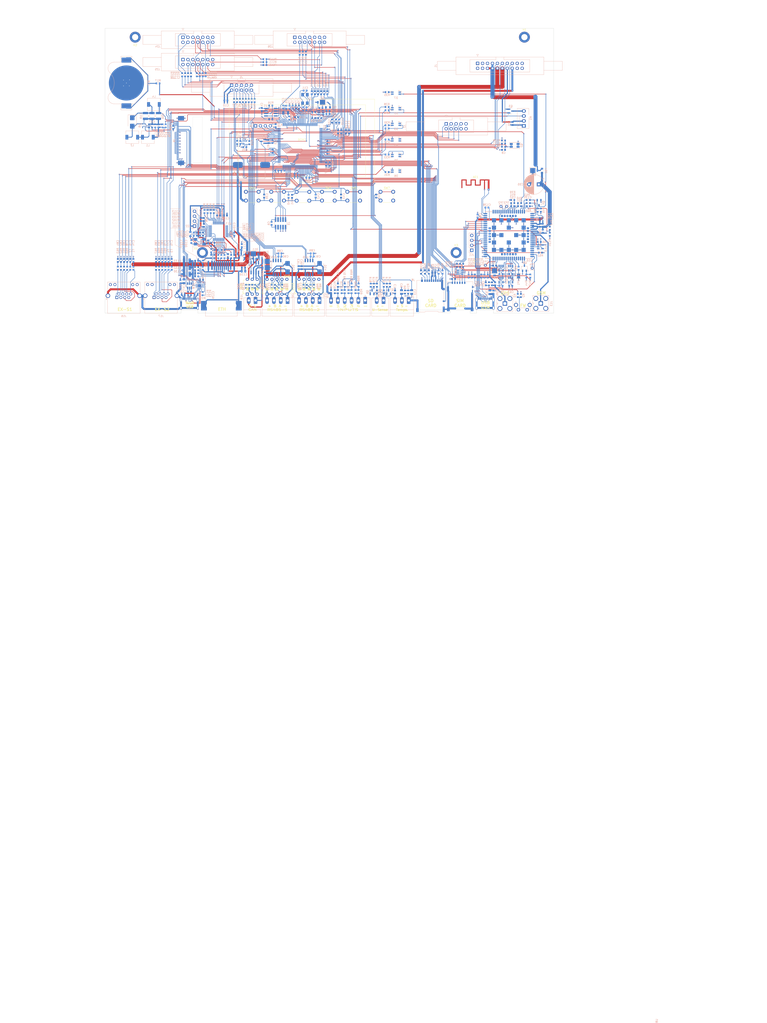
<source format=kicad_pcb>
(kicad_pcb
	(version 20240108)
	(generator "pcbnew")
	(generator_version "8.0")
	(general
		(thickness 1.6)
		(legacy_teardrops no)
	)
	(paper "A3")
	(layers
		(0 "F.Cu" signal)
		(1 "In1.Cu" signal)
		(2 "In2.Cu" signal)
		(31 "B.Cu" signal)
		(32 "B.Adhes" user "B.Adhesive")
		(33 "F.Adhes" user "F.Adhesive")
		(34 "B.Paste" user)
		(35 "F.Paste" user)
		(36 "B.SilkS" user "B.Silkscreen")
		(37 "F.SilkS" user "F.Silkscreen")
		(38 "B.Mask" user)
		(39 "F.Mask" user)
		(40 "Dwgs.User" user "User.Drawings")
		(41 "Cmts.User" user "User.Comments")
		(42 "Eco1.User" user "User.Eco1")
		(43 "Eco2.User" user "User.Eco2")
		(44 "Edge.Cuts" user)
		(45 "Margin" user)
		(46 "B.CrtYd" user "B.Courtyard")
		(47 "F.CrtYd" user "F.Courtyard")
		(48 "B.Fab" user)
		(49 "F.Fab" user)
		(50 "User.1" user "Gehäuse Ausschnitte")
		(51 "User.2" user)
		(52 "User.3" user)
		(53 "User.4" user)
		(54 "User.5" user)
		(55 "User.6" user)
		(56 "User.7" user)
		(57 "User.8" user)
		(58 "User.9" user)
	)
	(setup
		(stackup
			(layer "F.SilkS"
				(type "Top Silk Screen")
				(color "White")
			)
			(layer "F.Paste"
				(type "Top Solder Paste")
			)
			(layer "F.Mask"
				(type "Top Solder Mask")
				(color "Green")
				(thickness 0.01)
			)
			(layer "F.Cu"
				(type "copper")
				(thickness 0.035)
			)
			(layer "dielectric 1"
				(type "prepreg")
				(color "FR4 natural")
				(thickness 0.1)
				(material "FR4")
				(epsilon_r 4.5)
				(loss_tangent 0.02)
			)
			(layer "In1.Cu"
				(type "copper")
				(thickness 0.035)
			)
			(layer "dielectric 2"
				(type "core")
				(color "FR4 natural")
				(thickness 1.24)
				(material "FR4")
				(epsilon_r 4.5)
				(loss_tangent 0.02)
			)
			(layer "In2.Cu"
				(type "copper")
				(thickness 0.035)
			)
			(layer "dielectric 3"
				(type "prepreg")
				(color "FR4 natural")
				(thickness 0.1)
				(material "FR4")
				(epsilon_r 4.5)
				(loss_tangent 0.02)
			)
			(layer "B.Cu"
				(type "copper")
				(thickness 0.035)
			)
			(layer "B.Mask"
				(type "Bottom Solder Mask")
				(color "Green")
				(thickness 0.01)
			)
			(layer "B.Paste"
				(type "Bottom Solder Paste")
			)
			(layer "B.SilkS"
				(type "Bottom Silk Screen")
				(color "White")
			)
			(copper_finish "None")
			(dielectric_constraints no)
		)
		(pad_to_mask_clearance 0)
		(allow_soldermask_bridges_in_footprints no)
		(aux_axis_origin 50 225)
		(pcbplotparams
			(layerselection 0x00010fc_ffffffff)
			(plot_on_all_layers_selection 0x0000000_00000000)
			(disableapertmacros no)
			(usegerberextensions no)
			(usegerberattributes yes)
			(usegerberadvancedattributes yes)
			(creategerberjobfile yes)
			(dashed_line_dash_ratio 12.000000)
			(dashed_line_gap_ratio 3.000000)
			(svgprecision 4)
			(plotframeref no)
			(viasonmask no)
			(mode 1)
			(useauxorigin no)
			(hpglpennumber 1)
			(hpglpenspeed 20)
			(hpglpendiameter 15.000000)
			(pdf_front_fp_property_popups yes)
			(pdf_back_fp_property_popups yes)
			(dxfpolygonmode yes)
			(dxfimperialunits yes)
			(dxfusepcbnewfont yes)
			(psnegative no)
			(psa4output no)
			(plotreference yes)
			(plotvalue yes)
			(plotfptext yes)
			(plotinvisibletext no)
			(sketchpadsonfab no)
			(subtractmaskfromsilk no)
			(outputformat 1)
			(mirror no)
			(drillshape 1)
			(scaleselection 1)
			(outputdirectory "")
		)
	)
	(net 0 "")
	(net 1 "Net-(BT1-+)")
	(net 2 "GND")
	(net 3 "Net-(BZ1--)")
	(net 4 "+4V")
	(net 5 "/Controller/NRST")
	(net 6 "VDD")
	(net 7 "/Controller/ADC3_INP0_SENSOR_LIGHT")
	(net 8 "/ethernet/1V2D")
	(net 9 "/ethernet/1V2A")
	(net 10 "+10V")
	(net 11 "+1V8")
	(net 12 "/Controller/Vref+")
	(net 13 "/GSM/VDD_AUX")
	(net 14 "/AnalogIN Sheet/EXT_SHUNT1+")
	(net 15 "/AnalogIN Sheet/EXT_SHUNT1-")
	(net 16 "/AnalogIN Sheet/SENSOR1_ID2")
	(net 17 "/AnalogIN Sheet/SENSOR1_ID1")
	(net 18 "/AnalogIN Sheet/EXT_SHUNT2+")
	(net 19 "/AnalogIN Sheet/EXT_SHUNT2-")
	(net 20 "/AnalogIN Sheet/SENSOR2_ID2")
	(net 21 "/AnalogIN Sheet/SENSOR2_ID1")
	(net 22 "/AnalogIN Sheet/EXT_IN4")
	(net 23 "/AnalogIN Sheet/EXT_IN3")
	(net 24 "/AnalogIN Sheet/EXT_IN2")
	(net 25 "/AnalogIN Sheet/EXT_IN1")
	(net 26 "+15V")
	(net 27 "/Controller/BTN_OK")
	(net 28 "/Controller/BTN_RIGHT")
	(net 29 "/Controller/BTN_LEFT")
	(net 30 "/Controller/BTN_DOWN")
	(net 31 "/Controller/BTN_UP")
	(net 32 "GND1")
	(net 33 "/Kommunikation/+5V_1")
	(net 34 "/Kommunikation/+5V_2")
	(net 35 "GND2")
	(net 36 "/Controller/ADC2_INP4_I_OUT+")
	(net 37 "/Controller/ADC2_INN4_I_OUT-")
	(net 38 "/Controller/GPIO_INPUT_CURRENT_PROTECTION")
	(net 39 "/Controller/OUTPUT_CONTROL")
	(net 40 "/powerboardConnection/U_SETPOINT")
	(net 41 "/Controller/TIM1_CH1_PWM1_H")
	(net 42 "+5V")
	(net 43 "/Controller/1WIRE_TEMP")
	(net 44 "/Controller/ADC2_INP3_I_OUT_MPP1+")
	(net 45 "/Controller/ADC2_INN3_I_OUT_MPP1-")
	(net 46 "/Controller/ADC3_INP10_U_OUT_MPP1")
	(net 47 "/Controller/ADC1_INP15_U_IN_MPP1")
	(net 48 "/Controller/ADC1_INP16_I_OUT_MPP2+")
	(net 49 "/Controller/ADC1_INP14_U_IN_MPP2")
	(net 50 "/Controller/ADC1_INN16_I_OUT_MPP2-")
	(net 51 "/AnalogIN Sheet/UBatt+")
	(net 52 "/AnalogIN Sheet/Ubatt-")
	(net 53 "/Controller/TIM1_CH1N_PWM1_L")
	(net 54 "/Controller/TIM15_CH1N_PWM2_L")
	(net 55 "/Controller/TIM15_CH1_PWM2_H")
	(net 56 "/GSM/MIC_N_")
	(net 57 "/GSM/MIC_P_")
	(net 58 "/Display/GSM_NETLIGHT")
	(net 59 "Net-(F1-Pad1)")
	(net 60 "Net-(F2-Pad2)")
	(net 61 "Net-(F3-Pad1)")
	(net 62 "Net-(F4-Pad2)")
	(net 63 "Net-(AE1-A)")
	(net 64 "/Controller/~{5V0_POWER_EN}")
	(net 65 "/Controller/~{10V_POWER_EN}")
	(net 66 "/Controller/~{4V0_POWER_EN}")
	(net 67 "/Controller/~{15V_POWER_EN}")
	(net 68 "/Kommunikation/T1")
	(net 69 "/Kommunikation/T2")
	(net 70 "/Controller/SD_D2")
	(net 71 "/Controller/SD_CMD")
	(net 72 "/Controller/SD_CD")
	(net 73 "/Controller/SD_CK")
	(net 74 "/Controller/SD_D0")
	(net 75 "/Controller/SD_D1")
	(net 76 "/Controller/SD_D3")
	(net 77 "/Controller/UART5_TX_EXP")
	(net 78 "/Controller/SPI2_SCK")
	(net 79 "/Controller/UART5_RX_EXP")
	(net 80 "/Controller/SPI2_NSS_EXP")
	(net 81 "/Controller/I2C1_SCL")
	(net 82 "/Controller/SPI2_MOSI")
	(net 83 "/Controller/I2C1_SDA")
	(net 84 "/Controller/SPI2_MISO")
	(net 85 "Net-(J26-Pin_3)")
	(net 86 "/Controller/DISPLAY_MOSI")
	(net 87 "/Controller/DISPLAY_RST")
	(net 88 "/Controller/DISPLAY_NSS")
	(net 89 "/Controller/DISPLAY_SCK")
	(net 90 "Net-(JP1-B)")
	(net 91 "/Controller/buzzer")
	(net 92 "Net-(Q3-G)")
	(net 93 "Net-(M1-PWM)")
	(net 94 "/Controller/~{ETH_POWER_EN}")
	(net 95 "/AnalogIN Sheet/M_SWITCH")
	(net 96 "/Controller/boot0")
	(net 97 "/ethernet/LED_Y")
	(net 98 "/ethernet/LED_GN")
	(net 99 "/Controller/LED_TX1")
	(net 100 "/Controller/LED_TX2")
	(net 101 "/Controller/LED_RX1")
	(net 102 "/Controller/LED_RX2")
	(net 103 "/Controller/LED_CHARGE")
	(net 104 "/Controller/LEDE_ERROR")
	(net 105 "/Controller/LED_OUTPUT")
	(net 106 "Net-(Q5-B)")
	(net 107 "/Controller/GSM_PWR")
	(net 108 "/GSM/GNSS_PWR_CTL")
	(net 109 "/GSM/GNSS_TXD")
	(net 110 "/GSM/GNSS_RXD")
	(net 111 "/Kommunikation/T1_")
	(net 112 "/Kommunikation/BIAS_A1")
	(net 113 "/Kommunikation/BIAS_B1")
	(net 114 "/Kommunikation/BIAS_A2")
	(net 115 "/Kommunikation/T2_")
	(net 116 "/Kommunikation/BIAS_B2")
	(net 117 "/Controller/DISPLAY_LIGHT")
	(net 118 "/Controller/SPI2_NSS_ETH")
	(net 119 "Net-(M1-Tacho)")
	(net 120 "/Controller/GPIO_OUT_CAN_MODE")
	(net 121 "/Controller/USART3_CTS_GSM")
	(net 122 "/Controller/USART2_DE_MODBUS_SLAVE")
	(net 123 "/Controller/GPIO_INPUT_STATUS_GSM")
	(net 124 "/Controller/TIM24_CH3_OUT3")
	(net 125 "/Controller/EXTI8_INT_ETH")
	(net 126 "/Controller/USART3_RTS_GSM")
	(net 127 "/Controller/GPIO_OUTPUT_RST_ETH")
	(net 128 "/Controller/USART2_RX_MODBUS_SLAVE")
	(net 129 "/Controller/TIM24_CH1_OUT1")
	(net 130 "/Controller/USART10_TX_MODBUS_MASTER")
	(net 131 "/Controller/USART10_DE_MODBUS_MASTER")
	(net 132 "/Controller/TIM24_CH4_OUT4")
	(net 133 "/Controller/swdio")
	(net 134 "/Controller/FD_CAN1_TX")
	(net 135 "/Controller/USART3_RX_GSM")
	(net 136 "/Controller/swclk")
	(net 137 "/Controller/FDCAN1_RX")
	(net 138 "/Controller/USART2_TX_MODBUS_SLAVE")
	(net 139 "/Controller/TIM24_CH2_OUT2")
	(net 140 "/Controller/USART10_RX_MODBUS_MASTER")
	(net 141 "/Controller/USART3_TX_GSM")
	(net 142 "/Controller/swo")
	(net 143 "/GSM/RXD")
	(net 144 "/GSM/CTS")
	(net 145 "unconnected-(U11-NC-Pad1)")
	(net 146 "/GSM/TXD")
	(net 147 "/GSM/RTS")
	(net 148 "unconnected-(U12-NC-Pad1)")
	(net 149 "unconnected-(H1-Pad1)")
	(net 150 "unconnected-(H2-Pad1)")
	(net 151 "Net-(J25-Pin_3)")
	(net 152 "Net-(J25-Pin_4)")
	(net 153 "Net-(Q5-C)")
	(net 154 "/Controller/DAC1_OUT")
	(net 155 "Net-(J4-Pin_2)")
	(net 156 "Net-(D3-BK)")
	(net 157 "Net-(D3-GK)")
	(net 158 "unconnected-(D3-RK-Pad1)")
	(net 159 "unconnected-(D6-RK-Pad1)")
	(net 160 "Net-(D6-GK)")
	(net 161 "unconnected-(D7-RK-Pad1)")
	(net 162 "Net-(J15-Pin_2)")
	(net 163 "Net-(Q4-B)")
	(net 164 "/GSM/vcc_sim")
	(net 165 "Net-(D15-A1)")
	(net 166 "Net-(D12-A1)")
	(net 167 "/Controller/ADC3_INP1_SENSOR_TEMP_HEATSINK")
	(net 168 "Net-(J22-Pin_3)")
	(net 169 "Net-(J22-Pin_4)")
	(net 170 "/Controller/ADC3_INP11_U_OUT_MPP2")
	(net 171 "Net-(U2-GNDF)")
	(net 172 "Net-(U3-PH0)")
	(net 173 "Net-(U3-PH1)")
	(net 174 "Net-(C14-Pad1)")
	(net 175 "Net-(C15-Pad1)")
	(net 176 "Net-(U3-VDDA)")
	(net 177 "Net-(U3-PC14)")
	(net 178 "Net-(U3-PC15)")
	(net 179 "Net-(U6-VIN)")
	(net 180 "Net-(D8-K)")
	(net 181 "Net-(U10-VBAT_1)")
	(net 182 "Net-(J14-In)")
	(net 183 "Net-(U10-GNSS_ANT)")
	(net 184 "Net-(D11-A1)")
	(net 185 "Net-(U14-Vref)")
	(net 186 "Net-(C93-Pad2)")
	(net 187 "Net-(C100-Pad1)")
	(net 188 "Net-(U17-XSCI)")
	(net 189 "Net-(C106-Pad1)")
	(net 190 "Net-(J22-Pin_1)")
	(net 191 "Net-(C112-Pad1)")
	(net 192 "Net-(C113-Pad1)")
	(net 193 "Net-(C116-Pad1)")
	(net 194 "Net-(D2-GK)")
	(net 195 "Net-(D2-BK)")
	(net 196 "unconnected-(D2-RK-Pad1)")
	(net 197 "unconnected-(D4-BK-Pad4)")
	(net 198 "Net-(D4-GK)")
	(net 199 "unconnected-(D4-RK-Pad1)")
	(net 200 "Net-(D5-RK)")
	(net 201 "unconnected-(D5-GK-Pad3)")
	(net 202 "unconnected-(D5-BK-Pad4)")
	(net 203 "unconnected-(D6-BK-Pad4)")
	(net 204 "unconnected-(D7-GK-Pad3)")
	(net 205 "Net-(D7-A)")
	(net 206 "Net-(D8-A)")
	(net 207 "unconnected-(H3-Pad1)")
	(net 208 "unconnected-(H4-Pad1)")
	(net 209 "unconnected-(J2-Pin_10-Pad10)")
	(net 210 "unconnected-(J2-Pin_2-Pad2)")
	(net 211 "unconnected-(J2-Pin_4-Pad4)")
	(net 212 "unconnected-(J2-Pin_6-Pad6)")
	(net 213 "unconnected-(J2-Pin_8-Pad8)")
	(net 214 "unconnected-(J2-Pin_9-Pad9)")
	(net 215 "unconnected-(J3-KEY-Pad7)")
	(net 216 "unconnected-(J3-NC{slash}TDI-Pad8)")
	(net 217 "Net-(J5-Pin_5)")
	(net 218 "Net-(J5-Pin_10)")
	(net 219 "Net-(J5-Pin_7)")
	(net 220 "Net-(J5-Pin_3)")
	(net 221 "Net-(J5-Pin_4)")
	(net 222 "Net-(J5-Pin_8)")
	(net 223 "Net-(J5-Pin_6)")
	(net 224 "Net-(J5-Pin_9)")
	(net 225 "Net-(J6-Pin_2)")
	(net 226 "Net-(J6-Pin_3)")
	(net 227 "unconnected-(J9-NC-Pad38)")
	(net 228 "unconnected-(J9-NC-Pad7)")
	(net 229 "unconnected-(J9-NC-Pad39)")
	(net 230 "unconnected-(J9-NC-Pad8)")
	(net 231 "unconnected-(J9-NC-Pad35)")
	(net 232 "unconnected-(J9-NC-Pad37)")
	(net 233 "Net-(J9-K1)")
	(net 234 "unconnected-(J9-NC-Pad36)")
	(net 235 "Net-(J10-RST)")
	(net 236 "unconnected-(J10-VPP-Pad6)")
	(net 237 "Net-(J10-I{slash}O)")
	(net 238 "Net-(J10-CLK)")
	(net 239 "Net-(J11-Pin_3)")
	(net 240 "Net-(J11-Pin_2)")
	(net 241 "Net-(J13-In)")
	(net 242 "Net-(J15-Pin_3)")
	(net 243 "Net-(J15-Pin_5)")
	(net 244 "Net-(J15-Pin_4)")
	(net 245 "Net-(J16-Pad5)")
	(net 246 "Net-(J16-Pad4)")
	(net 247 "unconnected-(J16-Pad10)")
	(net 248 "Net-(J16-Pad1)")
	(net 249 "unconnected-(J16-Pad9)")
	(net 250 "Net-(J16-Pad2)")
	(net 251 "unconnected-(J16-Pad12)")
	(net 252 "unconnected-(J16-Pad11)")
	(net 253 "Net-(J17-Pad2)")
	(net 254 "unconnected-(J17-Pad9)")
	(net 255 "unconnected-(J17-Pad10)")
	(net 256 "Net-(J17-Pad1)")
	(net 257 "unconnected-(J17-Pad12)")
	(net 258 "Net-(J17-Pad5)")
	(net 259 "unconnected-(J17-Pad11)")
	(net 260 "Net-(J17-Pad4)")
	(net 261 "Net-(J18-Pin_1)")
	(net 262 "Net-(J18-Pin_2)")
	(net 263 "Net-(J20-Pin_2)")
	(net 264 "Net-(J21-Pin_2)")
	(net 265 "Net-(J22-Pin_2)")
	(net 266 "Net-(J23-TD+)")
	(net 267 "Net-(J23-RD-)")
	(net 268 "Net-(J23-TD-)")
	(net 269 "Net-(J23-Pad11)")
	(net 270 "unconnected-(J23-NC-Pad9)")
	(net 271 "Net-(J23-Pad2)")
	(net 272 "Net-(J23-RD+)")
	(net 273 "Net-(J24-Pin_3)")
	(net 274 "Net-(J24-Pin_4)")
	(net 275 "Net-(J24-Pin_11)")
	(net 276 "Net-(J24-Pin_9)")
	(net 277 "Net-(J24-Pin_10)")
	(net 278 "unconnected-(J24-Pin_6-Pad6)")
	(net 279 "unconnected-(J25-Pin_6-Pad6)")
	(net 280 "Net-(J25-Pin_11)")
	(net 281 "Net-(J25-Pin_9)")
	(net 282 "Net-(J25-Pin_10)")
	(net 283 "Net-(J26-Pin_5)")
	(net 284 "unconnected-(J26-Pin_9-Pad9)")
	(net 285 "Net-(J26-Pin_4)")
	(net 286 "unconnected-(J26-Pin_6-Pad6)")
	(net 287 "Net-(J26-Pin_11)")
	(net 288 "Net-(L3-Pad1)")
	(net 289 "Net-(Q6-D)")
	(net 290 "Net-(Q7-D)")
	(net 291 "Net-(R2-Pad1)")
	(net 292 "Net-(U1-SDA)")
	(net 293 "Net-(U1-SCL)")
	(net 294 "Net-(U3-VBAT)")
	(net 295 "Net-(U6-EN)")
	(net 296 "Net-(R39-Pad2)")
	(net 297 "Net-(U10-USIM1_DATA)")
	(net 298 "Net-(U10-USIM1_CLK)")
	(net 299 "Net-(U10-USIM1_RST)")
	(net 300 "Net-(U10-NETLIGHT)")
	(net 301 "Net-(U10-USB_BOOT)")
	(net 302 "Net-(U10-MK_IN_3)")
	(net 303 "Net-(U10-UART3_RXD)")
	(net 304 "Net-(U10-UART3_TXD)")
	(net 305 "Net-(R72-Pad2)")
	(net 306 "Net-(R73-Pad2)")
	(net 307 "Net-(U17-XSCO)")
	(net 308 "Net-(U17-RSET_BG)")
	(net 309 "Net-(R90-Pad1)")
	(net 310 "Net-(U17-MOD)")
	(net 311 "Net-(U17-MOD1)")
	(net 312 "Net-(U17-MOD2)")
	(net 313 "Net-(U17-MOD3)")
	(net 314 "Net-(U17-TXOP)")
	(net 315 "Net-(U17-TXON)")
	(net 316 "Net-(U17-RXIP)")
	(net 317 "Net-(U17-RXIN)")
	(net 318 "Net-(U10-RESET)")
	(net 319 "Net-(U10-EAR_P)")
	(net 320 "Net-(U10-EAR_N)")
	(net 321 "Net-(U10-1PPS)")
	(net 322 "unconnected-(U7-IO4-Pad6)")
	(net 323 "unconnected-(U8-NC-Pad1)")
	(net 324 "unconnected-(U9-NC-Pad1)")
	(net 325 "unconnected-(U10-CAM_PWDN-Pad119)")
	(net 326 "unconnected-(U10-MK_IN_6{slash}I2C3_SCL-Pad36)")
	(net 327 "unconnected-(U10-USIM1_DET-Pad34)")
	(net 328 "unconnected-(U10-ADC-Pad25)")
	(net 329 "unconnected-(U10-MK_OUT_2-Pad44)")
	(net 330 "unconnected-(U10-MK_IN_2-Pad47)")
	(net 331 "unconnected-(U10-I2C_SDA-Pad37)")
	(net 332 "unconnected-(U10-SPI_CLK-Pad11)")
	(net 333 "unconnected-(U10-LCD_RST-Pad106)")
	(net 334 "Net-(U10-STATUS)")
	(net 335 "unconnected-(U10-USIM2_DATA-Pad108)")
	(net 336 "unconnected-(U10-MK_OUT_5-Pad67)")
	(net 337 "unconnected-(U10-RI-Pad4)")
	(net 338 "unconnected-(U10-I2C_SCL-Pad38)")
	(net 339 "unconnected-(U10-CAM_SPI_D1-Pad123)")
	(net 340 "unconnected-(U10-LCD_SPI_CS-Pad105)")
	(net 341 "unconnected-(U10-GPIO2-Pad26)")
	(net 342 "unconnected-(U10-MK_IN_5-Pad68)")
	(net 343 "unconnected-(U10-DTR-Pad3)")
	(net 344 "unconnected-(U10-NC_3-Pad115)")
	(net 345 "unconnected-(U10-SPI_MISO-Pad14)")
	(net 346 "unconnected-(U10-CAM_SPI_CLK-Pad124)")
	(net 347 "unconnected-(U10-LCD_SPI_CLK-Pad102)")
	(net 348 "unconnected-(U10-CAM_I2C_SCL-Pad118)")
	(net 349 "unconnected-(U10-CAM_RST-Pad120)")
	(net 350 "unconnected-(U10-NC_2-Pad114)")
	(net 351 "unconnected-(U10-CAM_SPI_D0-Pad122)")
	(net 352 "unconnected-(U10-USIM2_DET-Pad112)")
	(net 353 "unconnected-(U10-LCD_SPI_TXD-Pad103)")
	(net 354 "unconnected-(U10-LCD_SPI_RXD-Pad104)")
	(net 355 "unconnected-(U10-USIM2_CLK-Pad109)")
	(net 356 "unconnected-(U10-USIM2_RST-Pad111)")
	(net 357 "unconnected-(U10-MK_OUT_3-Pad21)")
	(net 358 "unconnected-(U10-SPI_CS-Pad12)")
	(net 359 "unconnected-(U10-SPI_MOSI-Pad13)")
	(net 360 "unconnected-(U10-GPIO1-Pad19)")
	(net 361 "unconnected-(U10-NC_1-Pad113)")
	(net 362 "unconnected-(U10-GPIO4-Pad53)")
	(net 363 "unconnected-(U10-CAM_MCLK-Pad121)")
	(net 364 "unconnected-(U10-USIM2_VDD-Pad110)")
	(net 365 "unconnected-(U10-LCD_BL_PWM-Pad101)")
	(net 366 "unconnected-(U10-GPIO3-Pad48)")
	(net 367 "unconnected-(U10-DCD-Pad5)")
	(net 368 "unconnected-(U10-CAM_I2C_SDA-Pad117)")
	(net 369 "unconnected-(U10-MK_OUT_6{slash}I2C3_SDA-Pad35)")
	(net 370 "unconnected-(U10-LCD_DCX-Pad107)")
	(net 371 "unconnected-(U13-NC-Pad1)")
	(net 372 "unconnected-(U17-RDN-Pad34)")
	(net 373 "unconnected-(U17-DAT7-Pad44)")
	(net 374 "unconnected-(U17-DAT4-Pad41)")
	(net 375 "unconnected-(U17-DAT0-Pad37)")
	(net 376 "unconnected-(U17-DAT2-Pad39)")
	(net 377 "unconnected-(U17-DAT3-Pad40)")
	(net 378 "unconnected-(U17-DAT6-Pad43)")
	(net 379 "unconnected-(U17-WRN-Pad35)")
	(net 380 "unconnected-(U17-DAT1-Pad38)")
	(net 381 "unconnected-(U17-DAT5-Pad42)")
	(net 382 "shield")
	(net 383 "Net-(C129-Pad1)")
	(net 384 "/GSM/vbat_adc")
	(net 385 "Net-(J7-D+-PadA6)")
	(net 386 "Net-(J7-D--PadA7)")
	(net 387 "unconnected-(J7-SBU2-PadB8)")
	(net 388 "unconnected-(J7-SBU1-PadA8)")
	(net 389 "Net-(U18-REF_RTN)")
	(net 390 "Net-(U18-REF)")
	(net 391 "Net-(R131-Pad1)")
	(net 392 "Net-(R130-Pad2)")
	(net 393 "/Controller/USB_PWR_EN")
	(net 394 "/Controller/USB_UFP")
	(net 395 "/Controller/USB_PWR_FAIL")
	(net 396 "unconnected-(U18-AUDIO-Pad17)")
	(net 397 "/Controller/USB_DM")
	(net 398 "unconnected-(U18-POL-Pad18)")
	(net 399 "/Controller/USB_DP")
	(net 400 "unconnected-(U18-DEBUG-Pad16)")
	(net 401 "Net-(J7-CC2)")
	(net 402 "Net-(J7-CC1)")
	(net 403 "unconnected-(U4-IO4-Pad6)")
	(net 404 "unconnected-(U4-IO3-Pad4)")
	(net 405 "Net-(C12-Pad2)")
	(net 406 "Net-(C25-Pad1)")
	(net 407 "unconnected-(U18-LD_DET-Pad20)")
	(net 408 "unconnected-(J27-SBU1-PadA8)")
	(net 409 "Net-(J27-CC1)")
	(net 410 "unconnected-(J27-SBU2-PadB8)")
	(net 411 "Net-(J27-CC2)")
	(net 412 "Net-(J27-SHIELD)")
	(net 413 "Net-(U10-USB_DP)")
	(net 414 "Net-(U10-USB_DM)")
	(net 415 "Net-(U10-VBUS)")
	(net 416 "Net-(R127-Pad2)")
	(net 417 "Net-(R126-Pad2)")
	(net 418 "Net-(R127-Pad1)")
	(net 419 "Net-(J9-A)")
	(net 420 "Net-(C136-Pad1)")
	(net 421 "Net-(C137-Pad1)")
	(footprint "Button_Switch_THT:SW_PUSH_6mm_H9.5mm" (layer "F.Cu") (at 191.25 143.8))
	(footprint "Button_Switch_THT:SW_PUSH_6mm_H9.5mm" (layer "F.Cu") (at 148.25 143.85))
	(footprint "myDisplay:ER-TFT030-1" (layer "F.Cu") (at 150.9875 117.6))
	(footprint "Button_Switch_THT:SW_PUSH_6mm_H9.5mm" (layer "F.Cu") (at 174.25 143.8))
	(footprint "MountingHole:MountingHole_3.2mm_M3_DIN965_Pad" (layer "F.Cu") (at 265 64.5))
	(footprint "Button_Switch_THT:SW_PUSH_6mm_H9.5mm" (layer "F.Cu") (at 161.25 143.8))
	(footprint "Button_Switch_THT:SW_DIP_SPSTx05_Slide_6.7x14.26mm_W7.62mm_P2.54mm_LowProfile" (layer "F.Cu") (at 149.5 196.3 90))
	(footprint "MountingHole:MountingHole_3.2mm_M3_DIN965_Pad" (layer "F.Cu") (at 230 175))
	(footprint "myEnclosure:greenControllerV2" (layer "F.Cu") (at 239.3 179.2))
	(footprint "Button_Switch_THT:SW_DIP_SPSTx05_Slide_6.7x14.26mm_W7.62mm_P2.54mm_LowProfile" (layer "F.Cu") (at 133.1 196.3 90))
	(footprint "MountingHole:MountingHole_3.2mm_M3_DIN965_Pad" (layer "F.Cu") (at 100 175))
	(footprint "Button_Switch_THT:SW_DIP_SPSTx03_Slide_6.7x9.18mm_W7.62mm_P2.54mm_LowProfile" (layer "F.Cu") (at 122.975 196.3 90))
	(footprint "MountingHole:MountingHole_3.2mm_M3_DIN965_Pad" (layer "F.Cu") (at 65.5 64.5))
	(footprint "Button_Switch_THT:SW_PUSH_6mm_H9.5mm" (layer "F.Cu") (at 122.25 143.8))
	(footprint "Button_Switch_THT:SW_PUSH_6mm_H9.5mm"
		(layer "F.Cu")
		(uuid "c2eb07a8-04b2-4840-91b9-c97c08248494")
		(at 135.25 143.8)
		(descr "tactile push button, 6x6mm e.g. PHAP33xx series, height=9.5mm")
		(tags "tact sw push 6mm")
		(property "Reference" "SW2"
			(at 3.25 -2 0)
			(layer "F.SilkS")
			(hide yes)
			(uuid "47a5cd3e-cd12-4f70-98fa-e096799553d5")
			(effects
				(font
					(size 1 1)
					(thickness 0.15)
				)
			)
		)
		(property "Value" "SW_Omron_B3FS"
			(at 3.75 6.7 0)
			(layer "F.Fab")
			(uuid "40cecf62-595b-4793-97ed-4bbef03095b7")
			(effects
				(font
					(size 1 1)
					(thickness 0.15)
				)
			)
		)
		(property "Footprint" "Button_Switch_THT:SW_PUSH_6mm_H9.5mm"
			(at 0 0 0)
			(unlocked yes)
			(layer "F.Fab")
			(hide yes)
			(uuid "f2ba70e3-d6dc-4569-ba7f-066444b6cecb")
			(effects
				(font
					(size 1.27 1.27)
					(thickness 0.15)
				)
			)
		)
		(property "Datasheet" "https://omronfs.omron.com/en_US/ecb/products/pdf/en-b3fs.pdf"
			(at 0 0 0)
			(unlocked yes)
			(layer "F.Fab")
			(hide yes)
			(uuid "09956168-2740-47c0-aad3-4a22f9a8cd6d")
			(effects
				(font
					(size 1.27 1.27)
					(thickness 0.15)
				)
			)
		)
		(property "Description" "Omron B3FS 6x6mm single pole normally-open tactile switch"
			(at 0 0 0)
			(unlocked yes)
			(layer "F.Fab")
			(hide yes)
			(uuid "9fc933c4-1b50-45f6-9292-3b3f09b415c9")
			(effects
				(font
					(size 1.27 1.27)
					(thickness 0.15)
				)
			)
		)
		(property "Voltage" ""
			(at 0 0 0)
			(unlocked yes)
			(layer "F.Fab")
			(hide yes)
			(uuid "6c9f1c2d-b555-4b80-9d51-1618602b2cdf")
			(effects
				(font
					(size 1 1)
					(thickness 0.15)
				)
			)
		)
		(property "Toleranz" ""
			(at 0 0 0)
			(unlocked yes)
			(layer "F.Fab")
			(hide yes)
			(uuid "02bc28ba-3fa8-4b88-99a8-b6b05e610056")
			(effects
				(font
					(size 1 1)
					(thickness 0.15)
				)
			)
		)
		(property "HAN" "PHAP3305D"
			(at 0 0 0)
			(unlocked yes)
			(layer "F.Fab")
			(hide yes)
			(uuid "7d9fd223-ef21-435d-94da-9e06cbd6cbc1")
			(effects
				(font
					(size 1 1)
					(thickness 0.15)
				)
			)
		)
		(property "ECS Art#" "EM018"
			(at 0 0 0)
			(unlocked yes)
			(layer "F.Fab")
			(hide yes)
			(uuid "7de08aa9-6f6d-4a5d-9e7a-20a920b13510")
			(effects
				(font
					(size 1 1)
					(thickness 0.15)
				)
			)
		)
		(property "MF" "APEM"
			(at 0 0 0)
			(unlocked yes)
			(layer "F.Fab")
			(hide yes)
			(uuid "18b5b371-55f3-40b9-8ced-935572fe44fc")
			(effects
				(font
					(size 1 1)
					(thickness 0.15)
				)
			)
		)
		(property ki_fp_filters "SW*Omron*B3FS*")
		(path "/b732b7a3-1c85-44f7-87d5-278ac3753575/221fc737-1c4b-4fdc-92a3-8a47eab961a1")
		(sheetname "Display")
		(sheetfile "display.kicad_sch")
		(attr through_hole)
		(fp_line
			(start -0.25 1.5)
			(end -0.25 3)
			(stroke
				(width 0.12)
				(type solid)
			)
			(layer "F.SilkS")
			(uuid "744efd74-8a21-4af2-848d-4035d12029f4")
		)
		(fp_line
			(start 1 5.5)
			(end 5.5 5.5)
			(stroke
				(width 0.12)
				(type solid)
			)
			(layer "F.SilkS")
			(uuid "050b3bfc-06b0-4f1f-bbad-332b2ab6a58b")
		)
		(fp_line
			(start 5.5 -1)
			(end 1 -1)
			(stroke
				(width 0.12)
				(type solid)
			)
			(layer "F.SilkS")
			(uuid "f59723e3-3d27-4eb3-89d8-fc5a2bb65f6d")
		)
		(fp_line
			(start 6.75 3)
			(end 6.75 1.5)
			(stroke
				(width 0.12)
				(type solid)
			)
			(layer "F.SilkS")
			(uuid "36d8ccda-516f-4b16-ae14-2872c0546d04")
		)
		(fp_line
			(start -1.5 -1.5)
			(end -1.25 -1.5)
			(stroke
				(width 0.05)
				(type solid)
			)
			(layer "F.CrtYd")
			(uuid "9d4a7497-81bd-4ee7-b760-514a501a3788")
		)
		(fp_line
			(start -1.5 -1.25)
			(end -1.5 -1.5)
			(stroke
				(width 0.05)
				(type solid)
			)
			(layer "F.CrtYd")
			(uuid "36e8673a-55a8-418f-b041-ddb6e27ccca6")
		)
		(fp_line
			(start -1.5 5.75)
			(end -1.5 -1.25)
			(stroke
				(width 0.05)
				(type solid)
			)
			(layer "F.CrtYd")
			(uuid "b4b85040-e941-42df-9479-3cf7251919b9")
		)
		(fp_line
			(start -1.5 5.75)
			(end -1.5 6)
			(stroke
				(width 0.05)
				(type solid)
			)
			(layer "F.CrtYd")
			(uuid "496d2a17-ed4f-4b39-aa7c-10eaffa62b10")
		)
		(fp_line
			(start -1.5 6)
			(end -1.25 6)
			(stroke
				(width 0.05)
				(type solid)
			)
			(layer "F.CrtYd")
			(uuid "e361fae8-a256-424f-8b15-4092f76bb4f6")
		)
		(fp_line
			(start -1.25 -1.5)
			(end 7.75 -1.5)
			(stroke
				(width 0.05)
				(type solid)
			)
			(layer "F.CrtYd")
			(uuid "7545c67c-1668-4161-9ab8-ac11e545865b")
		)
		(fp_line
			(start 7.75 -1.5)
			(end 8 -1.5)
			(stroke
				(width 0.05)
				(type solid)
			)
			(layer "F.CrtYd")
			(uuid "7d356530-fc05-40e4-8083-7eb29d614b44")
		)
		(fp_line
			(start 7.75 6)
			(end -1.25 6)
			(stroke
				(width 0.05)
				(type solid)
			)
			(layer "F.CrtYd")
			(uuid "6e0d9e52-2886-4431-9083-fdd5cafb6765")
		)
		(fp_line
			(start 7.75 6)
			(end 8 6)
			(stroke
				(width 0.05)
				(type solid)
			)

... [5208171 chars truncated]
</source>
